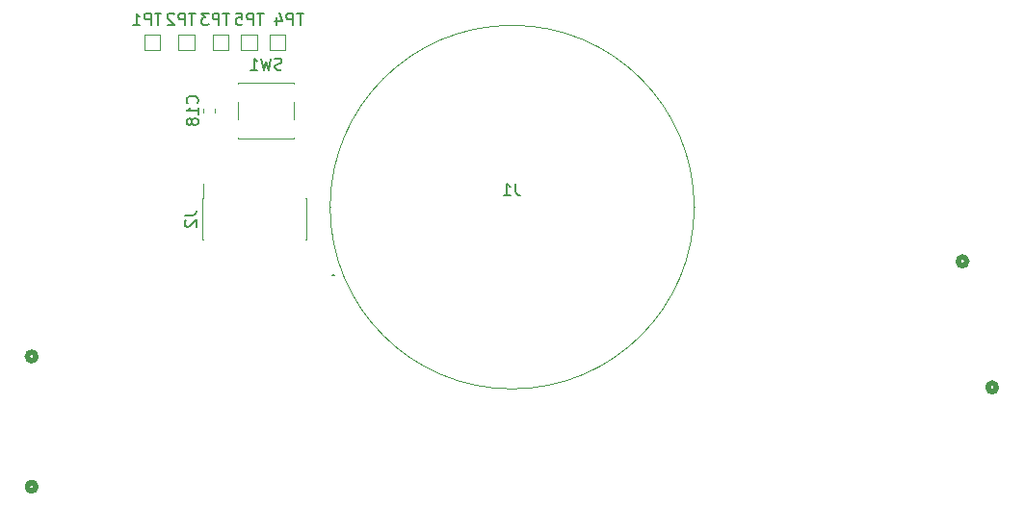
<source format=gbr>
%TF.GenerationSoftware,KiCad,Pcbnew,9.0.7*%
%TF.CreationDate,2026-02-10T03:54:41-08:00*%
%TF.ProjectId,steering_wheel,73746565-7269-46e6-975f-776865656c2e,rev?*%
%TF.SameCoordinates,Original*%
%TF.FileFunction,Legend,Bot*%
%TF.FilePolarity,Positive*%
%FSLAX46Y46*%
G04 Gerber Fmt 4.6, Leading zero omitted, Abs format (unit mm)*
G04 Created by KiCad (PCBNEW 9.0.7) date 2026-02-10 03:54:41*
%MOMM*%
%LPD*%
G01*
G04 APERTURE LIST*
%ADD10C,0.152400*%
%ADD11C,0.508000*%
%ADD12C,0.120000*%
%ADD13C,0.100000*%
%ADD14C,0.200000*%
G04 APERTURE END LIST*
D10*
X30782095Y15553904D02*
X30201523Y15553904D01*
X30491809Y14537904D02*
X30491809Y15553904D01*
X29862857Y14537904D02*
X29862857Y15553904D01*
X29862857Y15553904D02*
X29475809Y15553904D01*
X29475809Y15553904D02*
X29379047Y15505523D01*
X29379047Y15505523D02*
X29330666Y15457142D01*
X29330666Y15457142D02*
X29282285Y15360380D01*
X29282285Y15360380D02*
X29282285Y15215237D01*
X29282285Y15215237D02*
X29330666Y15118475D01*
X29330666Y15118475D02*
X29379047Y15070094D01*
X29379047Y15070094D02*
X29475809Y15021713D01*
X29475809Y15021713D02*
X29862857Y15021713D01*
X28363047Y15553904D02*
X28846857Y15553904D01*
X28846857Y15553904D02*
X28895238Y15070094D01*
X28895238Y15070094D02*
X28846857Y15118475D01*
X28846857Y15118475D02*
X28750095Y15166856D01*
X28750095Y15166856D02*
X28508190Y15166856D01*
X28508190Y15166856D02*
X28411428Y15118475D01*
X28411428Y15118475D02*
X28363047Y15070094D01*
X28363047Y15070094D02*
X28314666Y14973332D01*
X28314666Y14973332D02*
X28314666Y14731427D01*
X28314666Y14731427D02*
X28363047Y14634665D01*
X28363047Y14634665D02*
X28411428Y14586285D01*
X28411428Y14586285D02*
X28508190Y14537904D01*
X28508190Y14537904D02*
X28750095Y14537904D01*
X28750095Y14537904D02*
X28846857Y14586285D01*
X28846857Y14586285D02*
X28895238Y14634665D01*
X21782095Y15553904D02*
X21201523Y15553904D01*
X21491809Y14537904D02*
X21491809Y15553904D01*
X20862857Y14537904D02*
X20862857Y15553904D01*
X20862857Y15553904D02*
X20475809Y15553904D01*
X20475809Y15553904D02*
X20379047Y15505523D01*
X20379047Y15505523D02*
X20330666Y15457142D01*
X20330666Y15457142D02*
X20282285Y15360380D01*
X20282285Y15360380D02*
X20282285Y15215237D01*
X20282285Y15215237D02*
X20330666Y15118475D01*
X20330666Y15118475D02*
X20379047Y15070094D01*
X20379047Y15070094D02*
X20475809Y15021713D01*
X20475809Y15021713D02*
X20862857Y15021713D01*
X19314666Y14537904D02*
X19895238Y14537904D01*
X19604952Y14537904D02*
X19604952Y15553904D01*
X19604952Y15553904D02*
X19701714Y15408761D01*
X19701714Y15408761D02*
X19798476Y15311999D01*
X19798476Y15311999D02*
X19895238Y15263618D01*
X27782095Y15553904D02*
X27201523Y15553904D01*
X27491809Y14537904D02*
X27491809Y15553904D01*
X26862857Y14537904D02*
X26862857Y15553904D01*
X26862857Y15553904D02*
X26475809Y15553904D01*
X26475809Y15553904D02*
X26379047Y15505523D01*
X26379047Y15505523D02*
X26330666Y15457142D01*
X26330666Y15457142D02*
X26282285Y15360380D01*
X26282285Y15360380D02*
X26282285Y15215237D01*
X26282285Y15215237D02*
X26330666Y15118475D01*
X26330666Y15118475D02*
X26379047Y15070094D01*
X26379047Y15070094D02*
X26475809Y15021713D01*
X26475809Y15021713D02*
X26862857Y15021713D01*
X25943619Y15553904D02*
X25314666Y15553904D01*
X25314666Y15553904D02*
X25653333Y15166856D01*
X25653333Y15166856D02*
X25508190Y15166856D01*
X25508190Y15166856D02*
X25411428Y15118475D01*
X25411428Y15118475D02*
X25363047Y15070094D01*
X25363047Y15070094D02*
X25314666Y14973332D01*
X25314666Y14973332D02*
X25314666Y14731427D01*
X25314666Y14731427D02*
X25363047Y14634665D01*
X25363047Y14634665D02*
X25411428Y14586285D01*
X25411428Y14586285D02*
X25508190Y14537904D01*
X25508190Y14537904D02*
X25798476Y14537904D01*
X25798476Y14537904D02*
X25895238Y14586285D01*
X25895238Y14586285D02*
X25943619Y14634665D01*
X32354666Y10636285D02*
X32209523Y10587904D01*
X32209523Y10587904D02*
X31967618Y10587904D01*
X31967618Y10587904D02*
X31870856Y10636285D01*
X31870856Y10636285D02*
X31822475Y10684665D01*
X31822475Y10684665D02*
X31774094Y10781427D01*
X31774094Y10781427D02*
X31774094Y10878189D01*
X31774094Y10878189D02*
X31822475Y10974951D01*
X31822475Y10974951D02*
X31870856Y11023332D01*
X31870856Y11023332D02*
X31967618Y11071713D01*
X31967618Y11071713D02*
X32161142Y11120094D01*
X32161142Y11120094D02*
X32257904Y11168475D01*
X32257904Y11168475D02*
X32306285Y11216856D01*
X32306285Y11216856D02*
X32354666Y11313618D01*
X32354666Y11313618D02*
X32354666Y11410380D01*
X32354666Y11410380D02*
X32306285Y11507142D01*
X32306285Y11507142D02*
X32257904Y11555523D01*
X32257904Y11555523D02*
X32161142Y11603904D01*
X32161142Y11603904D02*
X31919237Y11603904D01*
X31919237Y11603904D02*
X31774094Y11555523D01*
X31435428Y11603904D02*
X31193523Y10587904D01*
X31193523Y10587904D02*
X30999999Y11313618D01*
X30999999Y11313618D02*
X30806475Y10587904D01*
X30806475Y10587904D02*
X30564571Y11603904D01*
X29645332Y10587904D02*
X30225904Y10587904D01*
X29935618Y10587904D02*
X29935618Y11603904D01*
X29935618Y11603904D02*
X30032380Y11458761D01*
X30032380Y11458761D02*
X30129142Y11361999D01*
X30129142Y11361999D02*
X30225904Y11313618D01*
X24935334Y7653142D02*
X24983715Y7701523D01*
X24983715Y7701523D02*
X25032095Y7846666D01*
X25032095Y7846666D02*
X25032095Y7943428D01*
X25032095Y7943428D02*
X24983715Y8088571D01*
X24983715Y8088571D02*
X24886953Y8185333D01*
X24886953Y8185333D02*
X24790191Y8233714D01*
X24790191Y8233714D02*
X24596667Y8282095D01*
X24596667Y8282095D02*
X24451524Y8282095D01*
X24451524Y8282095D02*
X24258000Y8233714D01*
X24258000Y8233714D02*
X24161238Y8185333D01*
X24161238Y8185333D02*
X24064476Y8088571D01*
X24064476Y8088571D02*
X24016095Y7943428D01*
X24016095Y7943428D02*
X24016095Y7846666D01*
X24016095Y7846666D02*
X24064476Y7701523D01*
X24064476Y7701523D02*
X24112857Y7653142D01*
X25032095Y6685523D02*
X25032095Y7266095D01*
X25032095Y6975809D02*
X24016095Y6975809D01*
X24016095Y6975809D02*
X24161238Y7072571D01*
X24161238Y7072571D02*
X24258000Y7169333D01*
X24258000Y7169333D02*
X24306381Y7266095D01*
X24451524Y6104952D02*
X24403143Y6201714D01*
X24403143Y6201714D02*
X24354762Y6250095D01*
X24354762Y6250095D02*
X24258000Y6298476D01*
X24258000Y6298476D02*
X24209619Y6298476D01*
X24209619Y6298476D02*
X24112857Y6250095D01*
X24112857Y6250095D02*
X24064476Y6201714D01*
X24064476Y6201714D02*
X24016095Y6104952D01*
X24016095Y6104952D02*
X24016095Y5911428D01*
X24016095Y5911428D02*
X24064476Y5814666D01*
X24064476Y5814666D02*
X24112857Y5766285D01*
X24112857Y5766285D02*
X24209619Y5717904D01*
X24209619Y5717904D02*
X24258000Y5717904D01*
X24258000Y5717904D02*
X24354762Y5766285D01*
X24354762Y5766285D02*
X24403143Y5814666D01*
X24403143Y5814666D02*
X24451524Y5911428D01*
X24451524Y5911428D02*
X24451524Y6104952D01*
X24451524Y6104952D02*
X24499905Y6201714D01*
X24499905Y6201714D02*
X24548286Y6250095D01*
X24548286Y6250095D02*
X24645048Y6298476D01*
X24645048Y6298476D02*
X24838572Y6298476D01*
X24838572Y6298476D02*
X24935334Y6250095D01*
X24935334Y6250095D02*
X24983715Y6201714D01*
X24983715Y6201714D02*
X25032095Y6104952D01*
X25032095Y6104952D02*
X25032095Y5911428D01*
X25032095Y5911428D02*
X24983715Y5814666D01*
X24983715Y5814666D02*
X24935334Y5766285D01*
X24935334Y5766285D02*
X24838572Y5717904D01*
X24838572Y5717904D02*
X24645048Y5717904D01*
X24645048Y5717904D02*
X24548286Y5766285D01*
X24548286Y5766285D02*
X24499905Y5814666D01*
X24499905Y5814666D02*
X24451524Y5911428D01*
X24782095Y15553904D02*
X24201523Y15553904D01*
X24491809Y14537904D02*
X24491809Y15553904D01*
X23862857Y14537904D02*
X23862857Y15553904D01*
X23862857Y15553904D02*
X23475809Y15553904D01*
X23475809Y15553904D02*
X23379047Y15505523D01*
X23379047Y15505523D02*
X23330666Y15457142D01*
X23330666Y15457142D02*
X23282285Y15360380D01*
X23282285Y15360380D02*
X23282285Y15215237D01*
X23282285Y15215237D02*
X23330666Y15118475D01*
X23330666Y15118475D02*
X23379047Y15070094D01*
X23379047Y15070094D02*
X23475809Y15021713D01*
X23475809Y15021713D02*
X23862857Y15021713D01*
X22895238Y15457142D02*
X22846857Y15505523D01*
X22846857Y15505523D02*
X22750095Y15553904D01*
X22750095Y15553904D02*
X22508190Y15553904D01*
X22508190Y15553904D02*
X22411428Y15505523D01*
X22411428Y15505523D02*
X22363047Y15457142D01*
X22363047Y15457142D02*
X22314666Y15360380D01*
X22314666Y15360380D02*
X22314666Y15263618D01*
X22314666Y15263618D02*
X22363047Y15118475D01*
X22363047Y15118475D02*
X22943619Y14537904D01*
X22943619Y14537904D02*
X22314666Y14537904D01*
X23851095Y-2211333D02*
X24576810Y-2211333D01*
X24576810Y-2211333D02*
X24721953Y-2162952D01*
X24721953Y-2162952D02*
X24818715Y-2066190D01*
X24818715Y-2066190D02*
X24867095Y-1921047D01*
X24867095Y-1921047D02*
X24867095Y-1824285D01*
X23947857Y-2646761D02*
X23899476Y-2695142D01*
X23899476Y-2695142D02*
X23851095Y-2791904D01*
X23851095Y-2791904D02*
X23851095Y-3033809D01*
X23851095Y-3033809D02*
X23899476Y-3130571D01*
X23899476Y-3130571D02*
X23947857Y-3178952D01*
X23947857Y-3178952D02*
X24044619Y-3227333D01*
X24044619Y-3227333D02*
X24141381Y-3227333D01*
X24141381Y-3227333D02*
X24286524Y-3178952D01*
X24286524Y-3178952D02*
X24867095Y-2598380D01*
X24867095Y-2598380D02*
X24867095Y-3227333D01*
X34282095Y15553904D02*
X33701523Y15553904D01*
X33991809Y14537904D02*
X33991809Y15553904D01*
X33362857Y14537904D02*
X33362857Y15553904D01*
X33362857Y15553904D02*
X32975809Y15553904D01*
X32975809Y15553904D02*
X32879047Y15505523D01*
X32879047Y15505523D02*
X32830666Y15457142D01*
X32830666Y15457142D02*
X32782285Y15360380D01*
X32782285Y15360380D02*
X32782285Y15215237D01*
X32782285Y15215237D02*
X32830666Y15118475D01*
X32830666Y15118475D02*
X32879047Y15070094D01*
X32879047Y15070094D02*
X32975809Y15021713D01*
X32975809Y15021713D02*
X33362857Y15021713D01*
X31911428Y15215237D02*
X31911428Y14537904D01*
X32153333Y15602285D02*
X32395238Y14876570D01*
X32395238Y14876570D02*
X31766285Y14876570D01*
X52908666Y583904D02*
X52908666Y-141810D01*
X52908666Y-141810D02*
X52957047Y-286953D01*
X52957047Y-286953D02*
X53053809Y-383715D01*
X53053809Y-383715D02*
X53198952Y-432095D01*
X53198952Y-432095D02*
X53295714Y-432095D01*
X51892666Y-432095D02*
X52473238Y-432095D01*
X52182952Y-432095D02*
X52182952Y583904D01*
X52182952Y583904D02*
X52279714Y438761D01*
X52279714Y438761D02*
X52376476Y341999D01*
X52376476Y341999D02*
X52473238Y293618D01*
D11*
%TO.C,J5*%
X10770998Y-26110799D02*
G75*
G02*
X10008998Y-26110799I-381000J0D01*
G01*
X10008998Y-26110799D02*
G75*
G02*
X10770998Y-26110799I381000J0D01*
G01*
%TO.C,J6*%
X95197601Y-17369200D02*
G75*
G02*
X94435601Y-17369200I-381000J0D01*
G01*
X94435601Y-17369200D02*
G75*
G02*
X95197601Y-17369200I381000J0D01*
G01*
%TO.C,J4*%
X92588299Y-6277800D02*
G75*
G02*
X91826299Y-6277800I-381000J0D01*
G01*
X91826299Y-6277800D02*
G75*
G02*
X92588299Y-6277800I381000J0D01*
G01*
%TO.C,J3*%
X10770998Y-14645999D02*
G75*
G02*
X10008998Y-14645999I-381000J0D01*
G01*
X10008998Y-14645999D02*
G75*
G02*
X10770998Y-14645999I381000J0D01*
G01*
D12*
%TO.C,TP5*%
X28800000Y13700000D02*
X28800000Y12300000D01*
X28800000Y12300000D02*
X30200000Y12300000D01*
X30200000Y13700000D02*
X28800000Y13700000D01*
X30200000Y12300000D02*
X30200000Y13700000D01*
%TO.C,TP1*%
X20300000Y13700000D02*
X20300000Y12300000D01*
X20300000Y12300000D02*
X21700000Y12300000D01*
X21700000Y13700000D02*
X20300000Y13700000D01*
X21700000Y12300000D02*
X21700000Y13700000D01*
%TO.C,TP3*%
X26300000Y13700000D02*
X26300000Y12300000D01*
X26300000Y12300000D02*
X27700000Y12300000D01*
X27700000Y13700000D02*
X26300000Y13700000D01*
X27700000Y12300000D02*
X27700000Y13700000D01*
%TO.C,SW1*%
X28550000Y9450000D02*
X28550000Y9400000D01*
X28550000Y7750000D02*
X28550000Y6250000D01*
X28550000Y4550000D02*
X28550000Y4600000D01*
X33450000Y9450000D02*
X28550000Y9450000D01*
X33450000Y9450000D02*
X33450000Y9400000D01*
X33450000Y7750000D02*
X33450000Y6250000D01*
X33450000Y4550000D02*
X28550000Y4550000D01*
X33450000Y4550000D02*
X33450000Y4600000D01*
%TO.C,C18*%
X25490000Y7140580D02*
X25490000Y6859420D01*
X26510000Y7140580D02*
X26510000Y6859420D01*
%TO.C,TP2*%
X23300000Y13700000D02*
X23300000Y12300000D01*
X23300000Y12300000D02*
X24700000Y12300000D01*
X24700000Y13700000D02*
X23300000Y13700000D01*
X24700000Y12300000D02*
X24700000Y13700000D01*
%TO.C,J2*%
X25405000Y-735000D02*
X25405000Y-4365000D01*
X25405000Y-735000D02*
X25470000Y-735000D01*
X25405000Y-4365000D02*
X25470000Y-4365000D01*
X25470000Y540000D02*
X25470000Y-735000D01*
X34450000Y-735000D02*
X34515000Y-735000D01*
X34450000Y-4365000D02*
X34515000Y-4365000D01*
X34515000Y-735000D02*
X34515000Y-4365000D01*
%TO.C,TP4*%
X31300000Y13700000D02*
X31300000Y12300000D01*
X31300000Y12300000D02*
X32700000Y12300000D01*
X32700000Y13700000D02*
X31300000Y13700000D01*
X32700000Y12300000D02*
X32700000Y13700000D01*
D13*
%TO.C,J1*%
X36625000Y-1500000D02*
X36625000Y-1500000D01*
D14*
X36850000Y-7470000D02*
X36850000Y-7470000D01*
X36950000Y-7470000D02*
X36950000Y-7470000D01*
X36950000Y-7470000D02*
X36950000Y-7470000D01*
D13*
X68625000Y-1500000D02*
X68625000Y-1500000D01*
X36625000Y-1500000D02*
G75*
G02*
X68625000Y-1500000I16000000J0D01*
G01*
D14*
X36850000Y-7470000D02*
G75*
G02*
X36950000Y-7470000I50000J0D01*
G01*
X36950000Y-7470000D02*
G75*
G02*
X36850000Y-7470000I-50000J0D01*
G01*
X36950000Y-7470000D02*
G75*
G02*
X36850000Y-7470000I-50000J0D01*
G01*
D13*
X68625000Y-1500000D02*
G75*
G02*
X36625000Y-1500000I-16000000J0D01*
G01*
%TD*%
M02*

</source>
